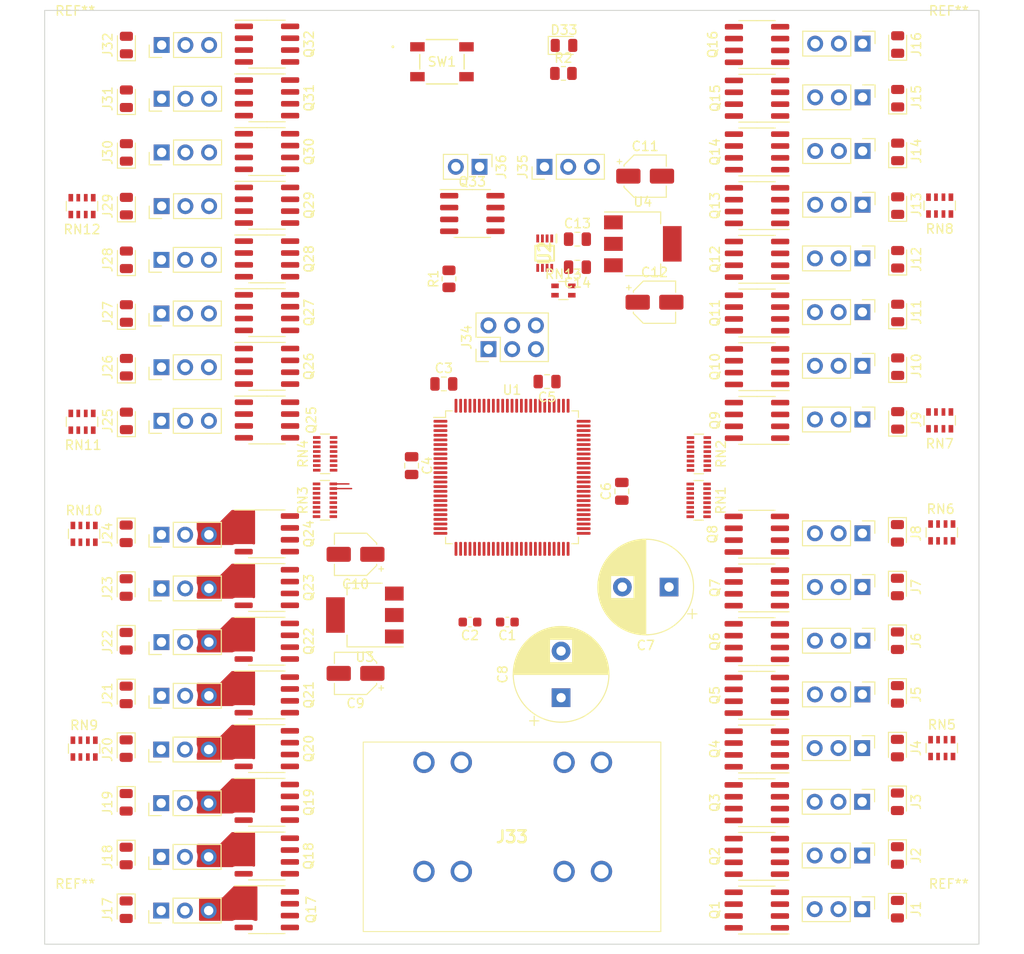
<source format=kicad_pcb>
(kicad_pcb (version 20221018) (generator pcbnew)
  (layers (0 "F.Cu" signal) (1 "In1.Cu" signal) (2 "In2.Cu" signal) (31 "B.Cu" signal) (34 "B.Paste" user) (35 "F.Paste" user) (36 "B.SilkS" user "B.Silkscreen") (37 "F.SilkS" user "F.Silkscreen") (38 "B.Mask" user) (39 "F.Mask" user) (44 "Edge.Cuts" user))
  (net 0 "")
  (net 1 "GND")
  (net 2 "VDD")
  (net 3 "Net-(U1-XTAL1)")
  (net 4 "Net-(U1-XTAL2)")
  (net 5 "Net-(U1-AREF)")
  (net 6 "Net-(D1-K)")
  (net 7 "Net-(D1-A)")
  (net 8 "Net-(D2-K)")
  (net 9 "Net-(D2-A)")
  (net 10 "Net-(D3-K)")
  (net 11 "Net-(D3-A)")
  (net 12 "Net-(D4-K)")
  (net 13 "Net-(D4-A)")
  (net 14 "Net-(D5-K)")
  (net 15 "Net-(D5-A)")
  (net 16 "Net-(D6-K)")
  (net 17 "Net-(D6-A)")
  (net 18 "Net-(D7-K)")
  (net 19 "Net-(D7-A)")
  (net 20 "Net-(D8-K)")
  (net 21 "Net-(D8-A)")
  (net 22 "Net-(D9-K)")
  (net 23 "/MISO")
  (net 24 "/SCK")
  (net 25 "/MOSI")
  (net 26 "/RST")
  (net 27 "/SDA")
  (net 28 "/SCL")
  (net 29 "/FAN")
  (net 30 "Net-(D9-A)")
  (net 31 "Net-(D10-K)")
  (net 32 "Net-(D10-A)")
  (net 33 "Net-(D11-K)")
  (net 34 "Net-(D11-A)")
  (net 35 "Net-(D12-K)")
  (net 36 "Net-(D12-A)")
  (net 37 "Net-(D13-K)")
  (net 38 "Net-(D13-A)")
  (net 39 "Net-(D14-K)")
  (net 40 "Net-(D14-A)")
  (net 41 "Net-(D15-K)")
  (net 42 "Net-(D15-A)")
  (net 43 "Net-(D16-K)")
  (net 44 "Net-(D16-A)")
  (net 45 "Net-(D17-K)")
  (net 46 "Net-(D17-A)")
  (net 47 "Net-(D18-K)")
  (net 48 "Net-(D18-A)")
  (net 49 "Net-(D19-K)")
  (net 50 "Net-(D19-A)")
  (net 51 "Net-(D20-K)")
  (net 52 "Net-(D20-A)")
  (net 53 "Net-(D21-K)")
  (net 54 "Net-(D21-A)")
  (net 55 "Net-(D22-K)")
  (net 56 "Net-(D22-A)")
  (net 57 "Net-(D23-K)")
  (net 58 "Net-(D23-A)")
  (net 59 "Net-(D24-K)")
  (net 60 "Net-(D24-A)")
  (net 61 "Net-(D25-K)")
  (net 62 "Net-(D25-A)")
  (net 63 "Net-(D26-K)")
  (net 64 "Net-(D26-A)")
  (net 65 "Net-(D27-K)")
  (net 66 "Net-(D27-A)")
  (net 67 "Net-(D28-K)")
  (net 68 "Net-(D28-A)")
  (net 69 "Net-(D29-K)")
  (net 70 "Net-(D29-A)")
  (net 71 "/PWM1")
  (net 72 "/PWM2")
  (net 73 "/PWM3")
  (net 74 "/PWM5")
  (net 75 "/PWM6")
  (net 76 "/PWM7")
  (net 77 "/PWM8")
  (net 78 "/PWM9")
  (net 79 "/PWM10")
  (net 80 "/PWM11")
  (net 81 "/PWM12")
  (net 82 "/PWM13")
  (net 83 "/PWM14")
  (net 84 "/PWM15")
  (net 85 "/PWM16")
  (net 86 "/PWM17")
  (net 87 "/PWM18")
  (net 88 "/PWM19")
  (net 89 "/PWM20")
  (net 90 "/PWM21")
  (net 91 "/PWM22")
  (net 92 "/PWM23")
  (net 93 "/PWM24")
  (net 94 "/PWM25")
  (net 95 "/PWM26")
  (net 96 "/PWM27")
  (net 97 "/PWM28")
  (net 98 "/PWM29")
  (net 99 "/PWM30")
  (net 100 "/PWM31")
  (net 101 "/PWM32")
  (net 102 "Net-(D30-K)")
  (net 103 "Net-(D30-A)")
  (net 104 "Net-(D31-K)")
  (net 105 "Net-(D31-A)")
  (net 106 "Net-(D32-K)")
  (net 107 "Net-(D32-A)")
  (net 108 "Net-(D33-A)")
  (net 109 "Net-(J35-Pin_1)")
  (net 110 "Net-(J35-Pin_3)")
  (net 111 "Net-(J36-Pin_2)")
  (net 112 "Net-(Q1-G)")
  (net 113 "Net-(Q2-G)")
  (net 114 "Net-(Q3-G)")
  (net 115 "Net-(Q4-G)")
  (net 116 "Net-(Q5-G)")
  (net 117 "Net-(Q6-G)")
  (net 118 "Net-(Q7-G)")
  (net 119 "Net-(Q8-G)")
  (net 120 "Net-(Q9-G)")
  (net 121 "Net-(Q10-G)")
  (net 122 "Net-(Q11-G)")
  (net 123 "Net-(Q12-G)")
  (net 124 "Net-(Q13-G)")
  (net 125 "Net-(Q14-G)")
  (net 126 "Net-(Q15-G)")
  (net 127 "Net-(Q16-G)")
  (net 128 "/ENA8")
  (net 129 "/ENA7")
  (net 130 "/ENA6")
  (net 131 "/ENA5")
  (net 132 "/ENA3")
  (net 133 "/ENA2")
  (net 134 "/ENA1")
  (net 135 "/ENA16")
  (net 136 "/ENA15")
  (net 137 "/ENA14")
  (net 138 "/ENA13")
  (net 139 "/ENA12")
  (net 140 "/ENA11")
  (net 141 "/ENA10")
  (net 142 "/ENA9")
  (net 143 "/ENA22")
  (net 144 "/ENA21")
  (net 145 "/ENA20")
  (net 146 "/ENA19")
  (net 147 "/ENA18")
  (net 148 "/ENA17")
  (net 149 "/ENA32")
  (net 150 "/ENA30")
  (net 151 "/ENA29")
  (net 152 "/ENA28")
  (net 153 "/ENA27")
  (net 154 "/ENA26")
  (net 155 "/ENA25")
  (net 156 "+6V")
  (net 157 "Net-(Q17-G)")
  (net 158 "Net-(Q18-G)")
  (net 159 "+3V3")
  (net 160 "/ENA23")
  (net 161 "/ENA24")
  (net 162 "/ENA4")
  (net 163 "/ENA31")
  (net 164 "/PWM4")
  (net 165 "Net-(Q19-G)")
  (net 166 "Net-(Q20-G)")
  (net 167 "Net-(Q21-G)")
  (net 168 "Net-(Q22-G)")
  (net 169 "Net-(Q23-G)")
  (net 170 "Net-(Q24-G)")
  (net 171 "Net-(Q25-G)")
  (net 172 "Net-(Q26-G)")
  (net 173 "Net-(Q27-G)")
  (net 174 "Net-(Q28-G)")
  (net 175 "Net-(Q29-G)")
  (net 176 "Net-(Q30-G)")
  (net 177 "Net-(Q31-G)")
  (net 178 "Net-(Q32-G)")
  (net 179 "Net-(Q33-G)")
  (footprint "Connector_PinHeader_2.54mm:PinHeader_1x03_P2.54mm_Vertical" (layer "F.Cu") (at 116.275 48.31 -90)
    (fp_text reference "J13")
    (fp_text value "Conn_01x03")
  )
  (footprint "mosfet:SOIC-8_3.9x4.9mm_P1.27mm" (layer "F.Cu") (at 104.95 118.095 180)
    (fp_text reference "Q2")
    (fp_text value "Q_NMOS_DGS")
  )
  (footprint "LED_SMD:LED_0805_2012Metric" (layer "F.Cu") (at 120 106.5 -90)
    (fp_text reference "D4" hide)
    (fp_text value "Red")
  )
  (footprint "LED_SMD:LED_0805_2012Metric" (layer "F.Cu") (at 120.025 31.155 90)
    (fp_text reference "D16" hide)
    (fp_text value "Red")
  )
  (footprint "mosfet:SOIC-8_3.9x4.9mm_P1.27mm" (layer "F.Cu") (at 104.975 42.655 180)
    (fp_text reference "Q14")
    (fp_text value "Q_NMOS_DGS")
  )
  (footprint "mosfet:SOIC-8_3.9x4.9mm_P1.27mm" (layer "F.Cu") (at 52.525 42.615)
    (fp_text reference "Q30")
    (fp_text value "Q_NMOS_DGS")
  )
  (footprint "Connector_PinHeader_2.54mm:PinHeader_1x03_P2.54mm_Vertical" (layer "F.Cu") (at 116.275 36.81 -90)
    (fp_text reference "J15")
    (fp_text value "Conn_01x03")
  )
  (footprint "Connector_PinHeader_2.54mm:PinHeader_1x03_P2.54mm_Vertical" (layer "F.Cu") (at 41.2 123.9 90)
    (fp_text reference "J17")
    (fp_text value "Conn_01x03")
  )
  (footprint "Capacitor_SMD:C_0805_2012Metric" (layer "F.Cu") (at 85.75 52)
    (fp_text reference "C13")
    (fp_text value "100nF")
  )
  (footprint "mosfet:SOIC-8_3.9x4.9mm_P1.27mm" (layer "F.Cu") (at 52.5 123.805)
    (fp_text reference "Q17")
    (fp_text value "Q_NMOS_DGS")
  )
  (footprint "mosfet:SOIC-8_3.9x4.9mm_P1.27mm" (layer "F.Cu") (at 52.5 112.305)
    (fp_text reference "Q19")
    (fp_text value "Q_NMOS_DGS")
  )
  (footprint "LED_SMD:LED_0805_2012Metric" (layer "F.Cu") (at 120 112.25 -90)
    (fp_text reference "D3" hide)
    (fp_text value "Red")
  )
  (footprint "Connector_PinHeader_2.54mm:PinHeader_2x03_P2.54mm_Vertical" (layer "F.Cu") (at 76.225 63.775 90)
    (fp_text reference "J34")
    (fp_text value "ICSP")
  )
  (footprint "Capacitor_SMD:C_0603_1608Metric" (layer "F.Cu") (at 74.25 93 180)
    (fp_text reference "C2")
    (fp_text value "22pF")
  )
  (footprint "Connector_PinHeader_2.54mm:PinHeader_1x03_P2.54mm_Vertical" (layer "F.Cu") (at 82.225 44.25 90)
    (fp_text reference "J35")
    (fp_text value "Conn_01x03")
  )
  (footprint "LED_SMD:LED_0805_2012Metric" (layer "F.Cu") (at 37.45 106.555 -90)
    (fp_text reference "D20" hide)
    (fp_text value "Red")
  )
  (footprint "Connector_PinHeader_2.54mm:PinHeader_1x03_P2.54mm_Vertical" (layer "F.Cu") (at 116.25 89.25 -90)
    (fp_text reference "J7")
    (fp_text value "Conn_01x03")
  )
  (footprint "LED_SMD:LED_0805_2012Metric" (layer "F.Cu") (at 120.025 59.905 90)
    (fp_text reference "D11" hide)
    (fp_text value "Red")
  )
  (footprint "LED_SMD:LED_0805_2012Metric" (layer "F.Cu") (at 120.025 71.405 90)
    (fp_text reference "D9" hide)
    (fp_text value "Red")
  )
  (footprint "Connector_PinHeader_2.54mm:PinHeader_1x03_P2.54mm_Vertical" (layer "F.Cu") (at 41.25 48.46 90)
    (fp_text reference "J29")
    (fp_text value "Conn_01x03")
  )
  (footprint "Connector_PinHeader_2.54mm:PinHeader_1x03_P2.54mm_Vertical" (layer "F.Cu") (at 41.2 118.15 90)
    (fp_text reference "J18")
    (fp_text value "Conn_01x03")
  )
  (footprint "Capacitor_SMD:CP_Elec_4x4.5" (layer "F.Cu") (at 93 45.25)
    (fp_text reference "C11")
    (fp_text value "4.7µF")
  )
  (footprint "LED_SMD:LED_0805_2012Metric" (layer "F.Cu") (at 120.025 36.905 90)
    (fp_text reference "D15" hide)
    (fp_text value "Red")
  )
  (footprint "Connector_PinHeader_2.54mm:PinHeader_1x03_P2.54mm_Vertical" (layer "F.Cu") (at 41.225 59.96 90)
    (fp_text reference "J27")
    (fp_text value "Conn_01x03")
  )
  (footprint "Resistor_SMD:R_Array_Convex_4x0603" (layer "F.Cu") (at 124.75 83.405 -90)
    (fp_text reference "RN6")
    (fp_text value "470Ω")
  )
  (footprint "Capacitor_SMD:C_0805_2012Metric" (layer "F.Cu") (at 82.5 67.25 180)
    (fp_text reference "C5")
    (fp_text value "100nF")
  )
  (footprint "mosfet:SOIC-8_3.9x4.9mm_P1.27mm" (layer "F.Cu") (at 104.95 89.345 180)
    (fp_text reference "Q7")
    (fp_text value "Q_NMOS_DGS")
  )
  (footprint "Connector_PinHeader_2.54mm:PinHeader_1x03_P2.54mm_Vertical" (layer "F.Cu") (at 116.275 42.56 -90)
    (fp_text reference "J14")
    (fp_text value "Conn_01x03")
  )
  (footprint "mosfet:SOIC-8_3.9x4.9mm_P1.27mm" (layer "F.Cu") (at 52.525 71.365)
    (fp_text reference "Q25")
    (fp_text value "Q_NMOS_DGS")
  )
  (footprint "MountingHole:MountingHole_2.1mm" (layer "F.Cu") (at 125.5 124.25)
    (fp_text reference "REF**")
    (fp_text value "MountingHole_2.1mm")
  )
  (footprint "LED_SMD:LED_0805_2012Metric" (layer "F.Cu") (at 37.475 42.71 90)
    (fp_text reference "D30" hide)
    (fp_text value "Red")
  )
  (footprint "Connector_PinHeader_2.54mm:PinHeader_1x03_P2.54mm_Vertical" (layer "F.Cu") (at 116.25 65.56 -90)
    (fp_text reference "J10")
    (fp_text value "Conn_01x03")
  )
  (footprint "mosfet:SOIC-8_3.9x4.9mm_P1.27mm" (layer "F.Cu") (at 104.95 112.345 180)
    (fp_text reference "Q3")
    (fp_text value "Q_NMOS_DGS")
  )
  (footprint "LED_SMD:LED_0805_2012Metric" (layer "F.Cu") (at 120.025 42.655 90)
    (fp_text reference "D14" hide)
    (fp_text value "Red")
  )
  (footprint "Connector_PinHeader_2.54mm:PinHeader_1x03_P2.54mm_Vertical" (layer "F.Cu") (at 41.225 83.65 90)
    (fp_text reference "J24")
    (fp_text value "Conn_01x03")
  )
  (footprint "LED_SMD:LED_0805_2012Metric" (layer "F.Cu") (at 120 100.75 -90)
    (fp_text reference "D5" hide)
    (fp_text value "Red")
  )
  (footprint "Package_TO_SOT_SMD:SOT-223-3_TabPin2" (layer "F.Cu") (at 92.75 52.5)
    (fp_text reference "U4")
    (fp_text value "MCP1824ST-330")
  )
  (footprint "Connector_PinHeader_2.54mm:PinHeader_1x03_P2.54mm_Vertical" (layer "F.Cu") (at 116.225 123.75 -90)
    (fp_text reference "J1")
    (fp_text value "Conn_01x03")
  )
  (footprint "mosfet:SOIC-8_3.9x4.9mm_P1.27mm" (layer "F.Cu") (at 104.975 36.905 180)
    (fp_text reference "Q15")
    (fp_text value "Q_NMOS_DGS")
  )
  (footprint "Connector_PinHeader_2.54mm:PinHeader_1x03_P2.54mm_Vertical" (layer "F.Cu") (at 41.225 65.71 90)
    (fp_text reference "J26")
    (fp_text value "Conn_01x03")
  )
  (footprint "LED_SMD:LED_0805_2012Metric" (layer "F.Cu") (at 37.475 31.21 90)
    (fp_text reference "D32" hide)
    (fp_text value "Red")
  )
  (footprint "LED_SMD:LED_0805_2012Metric" (layer "F.Cu") (at 37.45 118.055 -90)
    (fp_text reference "D18" hide)
    (fp_text value "Red")
  )
  (footprint "mosfet:SOIC-8_3.9x4.9mm_P1.27mm" (layer "F.Cu") (at 52.525 48.365)
    (fp_text reference "Q29")
    (fp_text value "Q_NMOS_DGS")
  )
  (footprint "Resistor_SMD:R_Array_Convex_4x0603" (layer "F.Cu") (at 32.725 48.46 90)
    (fp_text reference "RN12")
    (fp_text value "470Ω")
  )
  (footprint "Resistor_SMD:R_Array_Convex_8x0602" (layer "F.Cu") (at 98.75 75 180)
    (fp_text reference "RN2")
    (fp_text value "10kΩ")
  )
  (footprint "MountingHole:MountingHole_2.1mm" (layer "F.Cu") (at 32 30.75)
    (fp_text reference "REF**")
    (fp_text value "MountingHole_2.1mm")
  )
  (footprint "LED_SMD:LED_0805_2012Metric" (layer "F.Cu") (at 37.475 48.46 90)
    (fp_text reference "D29" hide)
    (fp_text value "Red")
  )
  (footprint "LED_SMD:LED_0805_2012Metric" (layer "F.Cu") (at 37.475 54.21 90)
    (fp_text reference "D28" hide)
    (fp_text value "Red")
  )
  (footprint "screw_termin:399200302" (layer "F.Cu") (at 88.325 108.03)
    (fp_text reference "J33")
    (fp_text value "Screw Terminal" hide)
  )
  (footprint "Resistor_SMD:R_Array_Convex_8x0602" (layer "F.Cu") (at 98.725 79.97 180)
    (fp_text reference "RN1")
    (fp_text value "10kΩ")
  )
  (footprint "MountingHole:MountingHole_2.1mm" (layer "F.Cu") (at 125.5 30.75)
    (fp_text reference "REF**")
    (fp_text value "MountingHole_2.1mm")
  )
  (footprint "Capacitor_SMD:C_0805_2012Metric" (layer "F.Cu") (at 85.75 55 180)
    (fp_text reference "C14")
    (fp_text value "100nF")
  )
  (footprint "Resistor_SMD:R_Array_Convex_4x0603" (layer "F.Cu") (at 124.525 71.405 90)
    (fp_text reference "RN7")
    (fp_text value "470Ω")
  )
  (footprint "mosfet:SOIC-8_3.9x4.9mm_P1.27mm" (layer "F.Cu") (at 52.5 89.305)
    (fp_text reference "Q23")
    (fp_text value "Q_NMOS_DGS")
  )
  (footprint "Capacitor_SMD:C_0805_2012Metric" (layer "F.Cu") (at 90.5 79 90)
    (fp_text reference "C6")
    (fp_text value "100nF")
  )
  (footprint "Capacitor_SMD:CP_Elec_4x4.5" (layer "F.Cu") (at 94 58.75)
    (fp_text reference "C12")
    (fp_text value "1µf")
  )
  (footprint "button:SW_PTS647SM38SMTR2LFS_CNK" (layer "F.Cu") (at 71.25 33)
    (fp_text reference "SW1")
    (fp_text value "SW_Push")
  )
  (footprint "LED_SMD:LED_0805_2012Metric" (layer "F.Cu") (at 120.025 65.655 90)
    (fp_text reference "D10" hide)
    (fp_text value "Red")
  )
  (footprint "Package_TO_SOT_SMD:SOT-223-3_TabPin2" (layer "F.Cu") (at 63 92.25 180)
    (fp_text reference "U3")
    (fp_text value "MCP1825S-500")
  )
  (footprint "LED_SMD:LED_0805_2012Metric" (layer "F.Cu") (at 120 83.5 -90)
    (fp_text reference "D8" hide)
    (fp_text value "Red")
  )
  (footprint "Resistor_SMD:R_Array_Convex_8x0602" (layer "F.Cu") (at 58.75 74.99)
    (fp_text reference "RN4")
    (fp_text value "10kΩ")
  )
  (footprint "LED_SMD:LED_0805_2012Metric" (layer "F.Cu") (at 120.025 54.155 90)
    (fp_text reference "D12" hide)
    (fp_text value "Red")
  )
  (footprint "LED_SMD:LED_0805_2012Metric" (layer "F.Cu") (at 37.45 100.805 -90)
    (fp_text reference "D21" hide)
    (fp_text value "Red")
  )
  (footprint "mosfet:SOIC-8_3.9x4.9mm_P1.27mm" (layer "F.Cu") (at 104.95 106.595 180)
    (fp_text reference "Q4")
    (fp_text value "Q_NMOS_DGS")
  )
  (footprint "mosfet:SOIC-8_3.9x4.9mm_P1.27mm" (layer "F.Cu") (at 52.525 59.865)
    (fp_text reference "Q27")
    (fp_text value "Q_NMOS_DGS")
  )
  (footprint "Connector_PinHeader_2.54mm:PinHeader_1x03_P2.54mm_Vertical" (layer "F.Cu") (at 116.25 83.5 -90)
    (fp_text reference "J8")
    (fp_text value "Conn_01x03")
  )
  (footprint "mosfet:SOIC-8_3.9x4.9mm_P1.27mm" (layer "F.Cu") (at 104.95 83.595 180)
    (fp_text reference "Q8")
    (fp_text value "Q_NMOS_DGS")
  )
  (footprint "MountingHole:MountingHole_2.1mm" (layer "F.Cu") (at 32 124.25)
    (fp_text reference "REF**")
    (fp_text value "MountingHole_2.1mm")
  )
  (footprint "mosfet:SOIC-8_3.9x4.9mm_P1.27mm" (layer "F.Cu") (at 52.5 106.555)
    (fp_text reference "Q20")
    (fp_text value "Q_NMOS_DGS")
  )
  (footprint "LED_SMD:LED_0805_2012Metric" (layer "F.Cu") (at 37.475 59.96 90)
    (fp_text reference "D27" hide)
    (fp_text value "Red")
  )
  (footprint "Connector_PinHeader_2.54mm:PinHeader_1x03_P2.54mm_Vertical" (layer "F.Cu") (at 41.225 100.9 90)
    (fp_text reference "J21")
    (fp_text value "Conn_01x03")
  )
  (footprint "LED_SMD:LED_0805_2012Metric" (layer "F.Cu") (at 37.45 95.055 -90)
    (fp_text reference "D22" hide)
    (fp_text value "Red")
  )
  (footprint "mosfet:SOIC-8_3.9x4.9mm_P1.27mm" (layer "F.Cu") (at 104.975 71.405 180)
    (fp_text reference "Q9")
    (fp_text value "Q_NMOS_DGS")
  )
  (footprint "mosfet:SOIC-8_3.9x4.9mm_P1.27mm" (layer "F.Cu") (at 104.95 123.845 180)
    (fp_text reference "Q1")
    (fp_text value "Q_NMOS_DGS")
  )
  (footprint "mosfet:SOIC-8_3.9x4.9mm_P1.27mm" (layer "F.Cu") (at 52.5 95.055)
    (fp_text reference "Q22")
    (fp_text value "Q_NMOS_DGS")
  )
  (footprint "mosfet:SOIC-8_3.9x4.9mm_P1.27mm" (layer "F.Cu") (at 52.5 100.805)
    (fp_text reference "Q21")
    (fp_text value "Q_NMOS_DGS")
  )
  (footprint "Connector_PinHeader_2.54mm:PinHeader_1x03_P2.54mm_Vertical" (layer "F.Cu") (at 116.225 112.25 -90)
    (fp_text reference "J3")
    (fp_text value "Conn_01x03")
  )
  (footprint "mosfet:SOIC-8_3.9x4.9mm_P1.27mm" (layer "F.Cu") (at 52.5 118.055)
    (fp_text reference "Q18")
    (fp_text value "Q_NMOS_DGS")
  )
  (footprint "mosfet:SOIC-8_3.9x4.9mm_P1.27mm" (layer "F.Cu") (at 52.525 54.115)
    (fp_text reference "Q28")
    (fp_text value "Q_NMOS_DGS")
  )
  (footprint "LED_SMD:LED_0805_2012Metric" (layer "F.Cu") (at 120 95 -90)
    (fp_text reference "D6" hide)
    (fp_text value "Red")
  )
  (footprint "Capacitor_THT:CP_Radial_D10.0mm_P5.00mm" (layer "F.Cu") (at 84 101.103031 90)
    (fp_text reference "C8")
    (fp_text value "1000µF")
  )
  (footprint "LED_SMD:LED_0805_2012Metric" (layer "F.Cu") (at 37.475 36.96 90)
    (fp_text reference "D31" hide)
    (fp_text value "Red")
  )
  (footprint "mosfet:SOIC-8_3.9x4.9mm_P1.27mm" (layer "F.Cu") (at 52.5 83.555)
    (fp_text reference "Q24")
    (fp_text value "Q_NMOS_DGS")
  )
  (footprint "mosfet:SOIC-8_3.9x4.9mm_P1.27mm" (layer "F.Cu") (at 52.525 65.615)
    (fp_text reference "Q26")
    (fp_text value "Q_NMOS_DGS")
  )
  (footprint "Connector_PinHeader_2.54mm:PinHeader_1x03_P2.54mm_Vertical" (layer "F.Cu") (at 41.225 89.4 90)
    (fp_text reference "J23")
    (fp_text value "Conn_01x03")
  )
  (footprint "Resistor_SMD:R_Array_Convex_4x0603" (layer "F.Cu") (at 32.95 106.555 -90)
    (fp_text reference "RN9")
    (fp_text value "470Ω")
  )
  (footprint "Connector_PinHeader_2.54mm:PinHeader_1x03_P2.54mm_Vertical" (layer "F.Cu") (at 41.25 31.21 90)
    (fp_text reference "J32")
    (fp_text value "Conn_01x03")
  )
  (footprint "Package_QFP:TQFP-100_14x14mm_P0.5mm" (layer "F.Cu") (at 78.75 77.5)
    (fp_text reference "U1")
    (fp_text value "ATmega2560-16A")
  )
  (footprint "Connector_PinHeader_2.54mm:PinHeader_1x03_P2.54mm_Vertical" (layer "F.Cu") (at 41.2 106.65 90)
    (fp_text reference "J20")
    (fp_text value "Conn_01x03")
  )
  (footprint "LED_SMD:LED_0805_2012Metric" (layer "F.Cu") (at 120 123.75 -90)
    (fp_text reference "D1" hide)
    (fp_text value "Red")
  )
  (footprint "Capacitor_SMD:CP_Elec_4x4.5" (layer "F.Cu") (at 62 98.5 180)
    (fp_text reference "C9")
    (fp_text value "4.7µF")
  )
  (footprint "Resistor_SMD:R_0805_2012Metric" (layer "F.Cu") (at 72 56.25 90)
    (fp_text reference "R1")
    (fp_text value "10kΩ")
  )
  (footprint "LED_SMD:LED_0805_2012Metric" (layer "F.Cu") (at 37.45 112.305 -90)
    (fp_text reference "D19" hide)
    (fp_text value "Red")
  )
  (footprint "LED_SMD:LED_0805_2012Metric" (layer "F.Cu") (at 37.45 123.805 -90)
    (fp_text reference "D17" hide)
    (fp_text value "Red")
  )
  (footprint "Connector_PinHeader_2.54mm:PinHeader_1x03_P2.54mm_Vertical" (layer "F.Cu") (at 116.25 95 -90)
    (fp_text reference "J6")
    (fp_text value "Conn_01x03")
  )
  (footprint "Connector_PinHeader_2.54mm:PinHeader_1x03_P2.54mm_Vertical" (layer "F.Cu") (at 116.25 54.06 -90)
    (fp_text reference "J12")
    (fp_text value "Conn_01x03")
  )
  (footprint "Connector_PinHeader_2.54mm:PinHeader_1x03_P2.54mm_Vertical" (layer "F.Cu") (at 116.225 106.5 -90)
    (fp_text reference "J4")
    (fp_text value "Conn_01x03")
  )
  (footprint "mosfet:SOIC-8_3.9x4.9mm_P1.27mm" (layer "F.Cu") (at 52.525 36.865)
    (fp_text reference "Q31")
    (fp_text value "Q_NMOS_DGS")
  )
  (footprint "mosfet:SOIC-8_3.9x4.9mm_P1.27mm" (layer "F.Cu") (at 74.5 49.25)
    (fp_text reference "Q33")
    (fp_text value "Q_NMOS_DGS")
  )
  (footprint "Connector_PinHeader_2.54mm:PinHeader_1x03_P2.54mm_Vertical" (layer "F.Cu") (at 116.25 71.31 -90)
    (fp_text reference "J9")
    (fp_text value "Conn_01x03")
  )
  (footprint "LED_SMD:LED_0805_2012Metric" (layer "F.Cu") (at 120 118 -90)
    (fp_text reference "D2" hide)
    (fp_text value "Red")
  )
  (footprint "LED_SMD:LED_0805_2012Metric" (layer "F.Cu") (at 37.475 71.46 90)
    (fp_text reference "D25" hide)
    (fp_text value "Red")
  )
  (footprint "Connector_PinHeader_2.54mm:PinHeader_1x03_P2.54mm_Vertical" (layer "F.Cu") (at 41.225 95.15 90)
    (fp_text reference "J22")
    (fp_text value "Conn_01x03")
  )
  (footprint "Resistor_SMD:R_Array_Convex_4x0603" (layer "F.Cu") (at 124.525 48.405 90)
    (fp_text reference "RN8")
    (fp_text value "470Ω")
  )
  (footprint "Connector_PinHeader_2.54mm:PinHeader_1x03_P2.54mm_Vertical" (layer "F.Cu") (at 116.25 59.81 -90)
    (fp_text reference "J11")
    (fp_text value "Conn_01x03")
  )
  (footprint "LED_SMD:LED_0805_2012Metric" (layer "F.Cu") (at 37.45 89.305 -90)
    (fp_text reference "D23" hide)
    (fp_text value "Red")
  )
  (footprint "Capacitor_SMD:C_0805_2012Metric" (layer "F.Cu") (at 71.45 67.5)
    (fp_text reference "C3")
    (fp_text value "100nF")
  )
  (footprint "mosfet:SOIC-8_3.9x4.9mm_P1.27mm" (layer "F.Cu") (at 104.975 65.655 180)
    (fp_text reference "Q10")
    (fp_text value "Q_NMOS_DGS")
  )
  (footprint "Connector_PinHeader_2.54mm:PinHeader_1x03_P2.54mm_Vertical" (layer "F.Cu") (at 41.225 54.21 90)
    (fp_text reference "J28")
    (fp_text value "Conn_01x03")
  )
  (footprint "level_shifter:SOP50P310X100-8N" (layer "F.Cu") (at 82.25 53.5 -90)
    (fp_text reference "U2")
    (fp_text value "NCA9306DCH" hide)
  )
  (footprint "Connector_PinHeader_2.54mm:PinHeader_1x03_P2.54mm_Vertical" (layer "F.Cu") (at 116.275 31.06 -90)
    (fp_text reference "J16")
    (fp_text value "Conn_01x03")
  )
  (footprint "LED_SMD:LED_0805_2012Metric" (layer "F.Cu") (at 37.45 83.555 -90)
    (fp_text reference "D24" hide)
    (fp_text value "Red")
  )
  (footprint "mosfet:SOIC-8_3.9x4.9mm_P1.27mm" (layer "F.Cu") (at 104.975 31.155 180)
    (fp_text reference "Q16")
    (fp_text value "Q_NMOS_DGS")
  )
  (footprint "Connector_PinHeader_2.54mm:PinHeader_1x03_P2.54mm_Vertical" (layer "F.Cu") (at 41.25 42.71 90)
    (fp_text reference "J30")
    (fp_text value "Conn_01x03")
  )
  (footprint "LED_SMD:LED_0805_2012Metric" (layer "F.Cu") (at 120.025 48.405 90)
    (fp_text reference "D13" hide)
    (fp_text value "Red")
  )
  (footprint "Connector_PinHeader_2.54mm:PinHeader_1x03_P2.54mm_Vertical" (layer "F.Cu") (at 116.225 118 -90)
    (fp_text reference "J2")
    (fp_text value "Conn_01x03")
  )
  (footprint "Capacitor_SMD:C_0805_2012Metric" (layer "F.Cu") (at 68 76.25 -90)
    (fp_text reference "C4")
    (fp_text value "100nF")
  )
  (footprint "Resistor_SMD:R_0805_2012Metric" (layer "F.Cu") (at 84.25 34.25)
    (fp_text reference "R2")
    (fp_text value "1kΩ")
  )
  (footprint "Connector_PinHeader_2.54mm:PinHeader_1x03_P2.54mm_Vertical" (layer "F.Cu") (at 41.225 71.46 90)
    (fp_text reference "J25")
    (fp_text value "Conn_01x03")
  )
  (footprint "mosfet:SOIC-8_3.9x4.9mm_P1.27mm" (layer "F.Cu") (at 104.975 48.405 180)
    (fp_text reference "Q13")
    (fp_text value "Q_NMOS_DGS")
  )
  (footprint "Capacitor_THT:CP_Radial_D10.0mm_P5.00mm" (layer "F.Cu") (at 95.559093 89.25 180)
    (fp_text reference "C7")
    (fp_text value "1000µF")
  )
  (footprint "Resistor_SMD:R_Array_Convex_2x0603" (layer "F.Cu") (at 84.25 57.5)
    (fp_text reference "RN13")
    (fp_text value "4.7kΩ")
  )
  (footprint "Resistor_SMD:R_Array_Convex_4x0603" (layer "F.Cu") (at 124.75 106.5 -90)
    (fp_text reference "RN5")
    (fp_text value "470Ω")
  )
  (footprint "Connector_PinHeader_2.54mm:PinHeader_1x03_P2.54mm_Vertical" (layer "F.Cu") (at 116.25 100.75 -90)
    (fp_text reference "J5")
    (fp_text value "Conn_01x03")
  )
  (footprint "mosfet:SOIC-8_3.9x4.9mm_P1.27mm" (layer "F.Cu") (at 104.975 59.905 180)
    (fp_text reference "Q11")
    (fp_text value "Q_NMOS_DGS")
  )
  (footprint "LED_SMD:LED_0805_2012Metric" (layer "F.Cu") (at 84.3125 31.25)
    (fp_text reference "D33")
    (fp_text value "Red")
  )
  (footprint "Connector_PinHeader_2.54mm:PinHeader_1x03_P2.54mm_Vertical" (layer "F.Cu") (at 41.2 112.4 90)
    (fp_text reference "J19")
    (fp_text value "Conn_01x03")
  )
  (footprint "Connector_PinHeader_2.54mm:PinHeader_1x02_P2.54mm_Vertical" (layer "F.Cu") (at 75.275 44.25 -90)
    (fp_text reference "J36")
    (fp_text value "Conn_01x02")
  )
  (footprint "mosfet:SOIC-8_3.9x4.9mm_P1.27mm" (layer "F.Cu") (at 104.95 100.845 180)
    (fp_text reference "Q5")
    (fp_text value "Q_NMOS_DGS")
  )
  (footprint "Connector_PinHeader_2.54mm:PinHeader_1x03_P2.54mm_Vertical" (layer "F.Cu") (at 41.25 36.96 90)
    (fp_text reference "J31")
    (fp_text value "Conn_01x03")
  )
  (footprint "LED_SMD:LED_0805_2012Metric" (layer "F.Cu") (at 120 89.25 -90)
    (fp_text reference "D7" hide)
    (fp_text value "Red")
  )
  (footprint "mosfet:SOIC-8_3.9x4.9mm_P1.27mm" (layer "F.Cu") (at 52.525 31.115)
    (fp_text reference "Q32")
    (fp_text value "Q_NMOS_DGS")
  )
  (footprint "Resistor_SMD:R_Array_Convex_4x0603" (layer "F.Cu") (at 32.725 71.555 90)
    (fp_text reference "RN11")
    (fp_text value "470Ω")
  )
  (footprint "mosfet:SOIC-8_3.9x4.9mm_P1.27mm" (layer "F.Cu") (at 104.975 54.155 180)
    (fp_text reference "Q12")
    (fp_text value "Q_NMOS_DGS")
  )
  (footprint "LED_SMD:LED_0805_2012Metric" (layer "F.Cu") (at 37.475 65.71 90)
    (fp_text reference "D26" hide)
    (fp_text value "Red")
  )
  (footprint "Capacitor_SMD:C_0603_1608Metric" (layer "F.Cu") (at 78.25 93 180)
    (fp_text reference "C1")
    (fp_text value "22pF")
  )
  (footprint "Resistor_SMD:R_Array_Convex_4x0603" (layer "F.Cu") (at 32.95 83.555 -90)
    (fp_text reference "RN10")
    (fp_text value "470Ω")
  )
  (footprint "Resistor_SMD:R_Array_Convex_8x0602" (layer "F.Cu") (at 58.725 79.96)
    (fp_text reference "RN3")
    (fp_text value "10kΩ")
  )
  (footprint "Capacitor_SMD:CP_Elec_4x4.5" (layer "F.Cu") (at 62 85.75 180)
    (fp_text reference "C10")
    (fp_text value "1µf")
  )
  (footprint "mosfet:SOIC-8_3.9x4.9mm_P1.27mm" (layer "F.Cu") (at 104.95 95.095 180)
    (fp_text reference "Q6")
    (fp_text value "Q_NMOS_DGS")
  )
  (gr_rect (start 28.725 27.5) (end 128.725 127.5) (stroke (width 0.1)) (fill none) (layer "Edge.Cuts"))
  (segment (start 59.625 78.71) (end 61.576794 78.71) (width 0.15) (layer "F.Cu") (net 147))
  (segment (start 59.625 78.21) (end 61.29 78.21) (width 0.15) (layer "F.Cu") (net 148))
  (zone (net 57) (net_name "Net-(D23-K)") (layer "F.Cu") (priority 1) (connect_pads yes (clearance 0.508)) (min_thickness 0.254) (fill yes (thermal_gap 0.508) (thermal_bridge_width 0.508))
    (polygon (pts (xy 51.25 90.5) (xy 45 90.5) (xy 45 88) (xy 47.5 88) (xy 48.75 86.75) (xy 51.25 86.75)))
  )
  (zone (net 51) (net_name "Net-(D20-K)") (layer "F.Cu") (priority 1) (connect_pads yes (clearance 0.508)) (min_thickness 0.254) (fill yes (thermal_gap 0.508) (thermal_bridge_width 0.508))
    (polygon (pts (xy 51.25 107.75) (xy 45 107.75) (xy 45 105.25) (xy 47.5 105.25) (xy 48.75 104) (xy 51.25 104)))
  )
  (zone (net 45) (net_name "Net-(D17-K)") (layer "F.Cu") (priority 1) (connect_pads yes (clearance 0.508)) (min_thickness 0.254) (fill yes (thermal_gap 0.508) (thermal_bridge_width 0.508))
    (polygon (pts (xy 51.5 125) (xy 45.25 125) (xy 45.25 122.5) (xy 47.75 122.5) (xy 49 121.25) (xy 51.5 121.25)))
  )
  (zone (net 53) (net_name "Net-(D21-K)") (layer "F.Cu") (priority 1) (connect_pads yes (clearance 0.508)) (min_thickness 0.254) (fill yes (thermal_gap 0.508) (thermal_bridge_width 0.508))
    (polygon (pts (xy 51.25 102) (xy 45 102) (xy 45 99.5) (xy 47.5 99.5) (xy 48.75 98.25) (xy 51.25 98.25)))
  )
  (zone (net 49) (net_name "Net-(D19-K)") (layer "F.Cu") (priority 1) (connect_pads yes (clearance 0.508)) (min_thickness 0.254) (fill yes (thermal_gap 0.508) (thermal_bridge_width 0.508))
    (polygon (pts (xy 51.25 113.5) (xy 45 113.5) (xy 45 111) (xy 47.5 111) (xy 48.75 109.75) (xy 51.25 109.75)))
  )
  (zone (net 55) (net_name "Net-(D22-K)") (layer "F.Cu") (priority 1) (connect_pads yes (clearance 0.508)) (min_thickness 0.254) (fill yes (thermal_gap 0.508) (thermal_bridge_width 0.508))
    (polygon (pts (xy 51.25 96.25) (xy 45 96.25) (xy 45 93.75) (xy 47.5 93.75) (xy 48.75 92.5) (xy 51.25 92.5)))
  )
  (zone (net 47) (net_name "Net-(D18-K)") (layer "F.Cu") (priority 1) (connect_pads yes (clearance 0.508)) (min_thickness 0.254) (fill yes (thermal_gap 0.508) (thermal_bridge_width 0.508))
    (polygon (pts (xy 51.25 119.25) (xy 45 119.25) (xy 45 116.75) (xy 47.5 116.75) (xy 48.75 115.5) (xy 51.25 115.5)))
  )
  (zone (net 59) (net_name "Net-(D24-K)") (layer "F.Cu") (priority 1) (connect_pads yes (clearance 0.508)) (min_thickness 0.254) (fill yes (thermal_gap 0.508) (thermal_bridge_width 0.508))
    (polygon (pts (xy 51.25 84.75) (xy 45 84.75) (xy 45 82.25) (xy 47.5 82.25) (xy 48.75 81) (xy 51.25 81)))
  )
)
</source>
